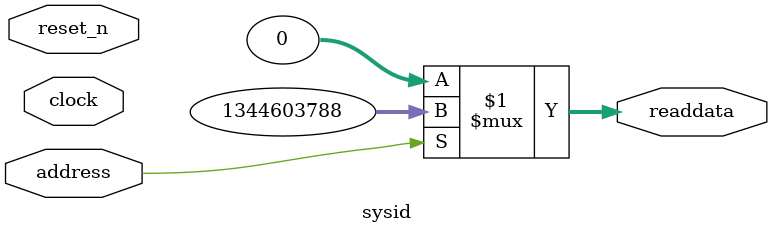
<source format=v>

`timescale 1ns / 1ps
// synthesis translate_on

// turn off superfluous verilog processor warnings 
// altera message_level Level1 
// altera message_off 10034 10035 10036 10037 10230 10240 10030 

module sysid (
               // inputs:
                address,
                clock,
                reset_n,

               // outputs:
                readdata
             )
;

  output  [ 31: 0] readdata;
  input            address;
  input            clock;
  input            reset_n;

  wire    [ 31: 0] readdata;
  //control_slave, which is an e_avalon_slave
  assign readdata = address ? 1344603788 : 0;

endmodule


</source>
